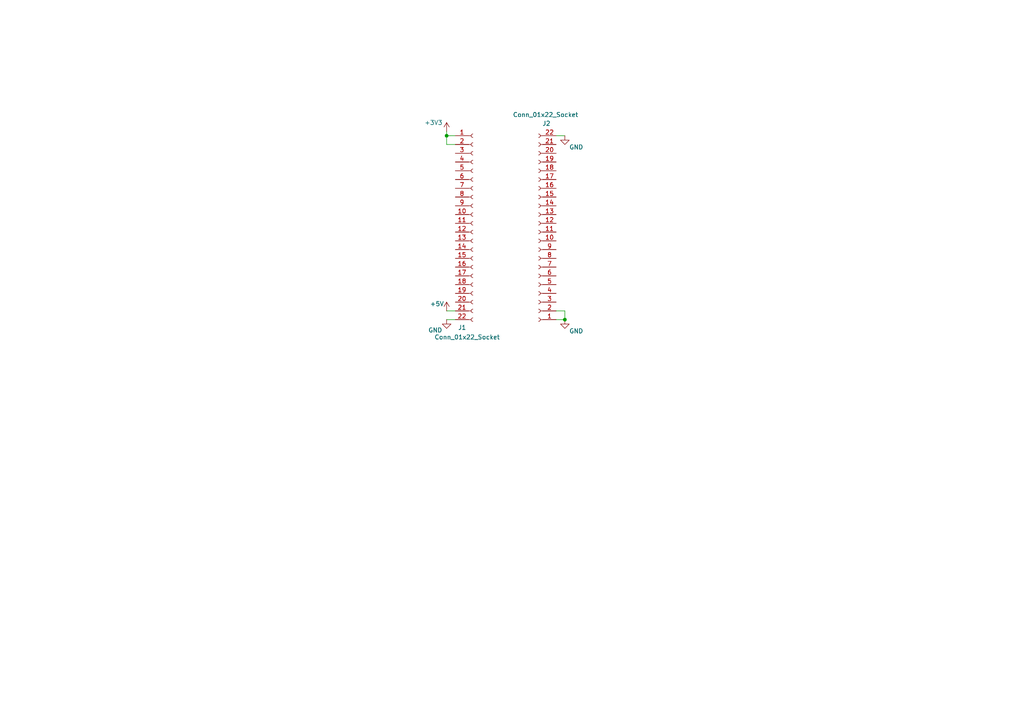
<source format=kicad_sch>
(kicad_sch (version 20250114) (generator "eeschema") (generator_version "9.0")
  (paper "A4")
  (lib_symbols
    (symbol "Connector:Conn_01x22_Socket" (pin_names (offset 1.016) (hide yes))
      (property "Reference" "J" (at 0 27.94 0))
      (property "Value" "Conn_01x22_Socket" (at 0 -30.48 0))
      (symbol "Conn_01x22_Socket_1_1"
        (polyline (pts (xy -1.27 25.4) (xy -0.508 25.4)) (stroke (width 0.1524)))
        (polyline (pts (xy -1.27 22.86) (xy -0.508 22.86)) (stroke (width 0.1524)))
        (polyline (pts (xy -1.27 20.32) (xy -0.508 20.32)) (stroke (width 0.1524)))
        (polyline (pts (xy -1.27 17.78) (xy -0.508 17.78)) (stroke (width 0.1524)))
        (polyline (pts (xy -1.27 15.24) (xy -0.508 15.24)) (stroke (width 0.1524)))
        (polyline (pts (xy -1.27 12.7) (xy -0.508 12.7)) (stroke (width 0.1524)))
        (polyline (pts (xy -1.27 10.16) (xy -0.508 10.16)) (stroke (width 0.1524)))
        (polyline (pts (xy -1.27 7.62) (xy -0.508 7.62)) (stroke (width 0.1524)))
        (polyline (pts (xy -1.27 5.08) (xy -0.508 5.08)) (stroke (width 0.1524)))
        (polyline (pts (xy -1.27 2.54) (xy -0.508 2.54)) (stroke (width 0.1524)))
        (polyline (pts (xy -1.27 0) (xy -0.508 0)) (stroke (width 0.1524)))
        (polyline (pts (xy -1.27 -2.54) (xy -0.508 -2.54)) (stroke (width 0.1524)))
        (polyline (pts (xy -1.27 -5.08) (xy -0.508 -5.08)) (stroke (width 0.1524)))
        (polyline (pts (xy -1.27 -7.62) (xy -0.508 -7.62)) (stroke (width 0.1524)))
        (polyline (pts (xy -1.27 -10.16) (xy -0.508 -10.16)) (stroke (width 0.1524)))
        (polyline (pts (xy -1.27 -12.7) (xy -0.508 -12.7)) (stroke (width 0.1524)))
        (polyline (pts (xy -1.27 -15.24) (xy -0.508 -15.24)) (stroke (width 0.1524)))
        (polyline (pts (xy -1.27 -17.78) (xy -0.508 -17.78)) (stroke (width 0.1524)))
        (polyline (pts (xy -1.27 -20.32) (xy -0.508 -20.32)) (stroke (width 0.1524)))
        (polyline (pts (xy -1.27 -22.86) (xy -0.508 -22.86)) (stroke (width 0.1524)))
        (polyline (pts (xy -1.27 -25.4) (xy -0.508 -25.4)) (stroke (width 0.1524)))
        (polyline (pts (xy -1.27 -27.94) (xy -0.508 -27.94)) (stroke (width 0.1524)))
        (arc (start 0 24.892) (mid -0.5058 25.4) (end 0 25.908) (stroke (width 0.1524)))
        (arc (start 0 22.352) (mid -0.5058 22.86) (end 0 23.368) (stroke (width 0.1524)))
        (arc (start 0 19.812) (mid -0.5058 20.32) (end 0 20.828) (stroke (width 0.1524)))
        (arc (start 0 17.272) (mid -0.5058 17.78) (end 0 18.288) (stroke (width 0.1524)))
        (arc (start 0 14.732) (mid -0.5058 15.24) (end 0 15.748) (stroke (width 0.1524)))
        (arc (start 0 12.192) (mid -0.5058 12.7) (end 0 13.208) (stroke (width 0.1524)))
        (arc (start 0 9.652) (mid -0.5058 10.16) (end 0 10.668) (stroke (width 0.1524)))
        (arc (start 0 7.112) (mid -0.5058 7.62) (end 0 8.128) (stroke (width 0.1524)))
        (arc (start 0 4.572) (mid -0.5058 5.08) (end 0 5.588) (stroke (width 0.1524)))
        (arc (start 0 2.032) (mid -0.5058 2.54) (end 0 3.048) (stroke (width 0.1524)))
        (arc (start 0 -0.508) (mid -0.5058 0) (end 0 0.508) (stroke (width 0.1524)))
        (arc (start 0 -3.048) (mid -0.5058 -2.54) (end 0 -2.032) (stroke (width 0.1524)))
        (arc (start 0 -5.588) (mid -0.5058 -5.08) (end 0 -4.572) (stroke (width 0.1524)))
        (arc (start 0 -8.128) (mid -0.5058 -7.62) (end 0 -7.112) (stroke (width 0.1524)))
        (arc (start 0 -10.668) (mid -0.5058 -10.16) (end 0 -9.652) (stroke (width 0.1524)))
        (arc (start 0 -13.208) (mid -0.5058 -12.7) (end 0 -12.192) (stroke (width 0.1524)))
        (arc (start 0 -15.748) (mid -0.5058 -15.24) (end 0 -14.732) (stroke (width 0.1524)))
        (arc (start 0 -18.288) (mid -0.5058 -17.78) (end 0 -17.272) (stroke (width 0.1524)))
        (arc (start 0 -20.828) (mid -0.5058 -20.32) (end 0 -19.812) (stroke (width 0.1524)))
        (arc (start 0 -23.368) (mid -0.5058 -22.86) (end 0 -22.352) (stroke (width 0.1524)))
        (arc (start 0 -25.908) (mid -0.5058 -25.4) (end 0 -24.892) (stroke (width 0.1524)))
        (arc (start 0 -28.448) (mid -0.5058 -27.94) (end 0 -27.432) (stroke (width 0.1524)))
        (pin passive line (at -5.08 25.4 0) (length 3.81) (name "Pin_1") (number "1"))
        (pin passive line (at -5.08 22.86 0) (length 3.81) (name "Pin_2") (number "2"))
        (pin passive line (at -5.08 20.32 0) (length 3.81) (name "Pin_3") (number "3"))
        (pin passive line (at -5.08 17.78 0) (length 3.81) (name "Pin_4") (number "4"))
        (pin passive line (at -5.08 15.24 0) (length 3.81) (name "Pin_5") (number "5"))
        (pin passive line (at -5.08 12.7 0) (length 3.81) (name "Pin_6") (number "6"))
        (pin passive line (at -5.08 10.16 0) (length 3.81) (name "Pin_7") (number "7"))
        (pin passive line (at -5.08 7.62 0) (length 3.81) (name "Pin_8") (number "8"))
        (pin passive line (at -5.08 5.08 0) (length 3.81) (name "Pin_9") (number "9"))
        (pin passive line (at -5.08 2.54 0) (length 3.81) (name "Pin_10") (number "10"))
        (pin passive line (at -5.08 0 0) (length 3.81) (name "Pin_11") (number "11"))
        (pin passive line (at -5.08 -2.54 0) (length 3.81) (name "Pin_12") (number "12"))
        (pin passive line (at -5.08 -5.08 0) (length 3.81) (name "Pin_13") (number "13"))
        (pin passive line (at -5.08 -7.62 0) (length 3.81) (name "Pin_14") (number "14"))
        (pin passive line (at -5.08 -10.16 0) (length 3.81) (name "Pin_15") (number "15"))
        (pin passive line (at -5.08 -12.7 0) (length 3.81) (name "Pin_16") (number "16"))
        (pin passive line (at -5.08 -15.24 0) (length 3.81) (name "Pin_17") (number "17"))
        (pin passive line (at -5.08 -17.78 0) (length 3.81) (name "Pin_18") (number "18"))
        (pin passive line (at -5.08 -20.32 0) (length 3.81) (name "Pin_19") (number "19"))
        (pin passive line (at -5.08 -22.86 0) (length 3.81) (name "Pin_20") (number "20"))
        (pin passive line (at -5.08 -25.4 0) (length 3.81) (name "Pin_21") (number "21"))
        (pin passive line (at -5.08 -27.94 0) (length 3.81) (name "Pin_22") (number "22"))
      )
    )
    (symbol "power:+3V3" (power) (pin_numbers (hide yes)) (pin_names (offset 0) (hide yes))
      (property "Value" "+3V3" (at 0 3.556 0))
      (symbol "+3V3_0_1"
        (polyline (pts (xy -0.762 1.27) (xy 0 2.54)))
        (polyline (pts (xy 0 2.54) (xy 0.762 1.27)))
        (polyline (pts (xy 0 0) (xy 0 2.54)))
      )
      (symbol "+3V3_1_1"
        (pin power_in line (at 0 0 90) (length 0) (name "~") (number "1"))
      )
    )
    (symbol "power:+5V" (power) (pin_numbers (hide yes)) (pin_names (offset 0) (hide yes))
      (property "Value" "+5V" (at 0 3.556 0))
      (symbol "+5V_0_1"
        (polyline (pts (xy -0.762 1.27) (xy 0 2.54)))
        (polyline (pts (xy 0 2.54) (xy 0.762 1.27)))
        (polyline (pts (xy 0 0) (xy 0 2.54)))
      )
      (symbol "+5V_1_1"
        (pin power_in line (at 0 0 90) (length 0) (name "~") (number "1"))
      )
    )
    (symbol "power:GND" (power) (pin_numbers (hide yes)) (pin_names (offset 0) (hide yes))
      (property "Value" "GND" (at 0 -3.81 0))
      (symbol "GND_0_1"
        (polyline (pts (xy 0 0) (xy 0 -1.27) (xy 1.27 -1.27) (xy 0 -2.54) (xy -1.27 -1.27) (xy 0 -1.27)))
      )
      (symbol "GND_1_1"
        (pin power_in line (at 0 0 270) (length 0) (name "~") (number "1"))
      )
    )
  )
  (junction (at 129.54 39.37))
  (junction (at 163.83 92.71))
  (wire (pts (xy 129.54 39.37) (xy 129.54 41.91)))
  (wire (pts (xy 161.29 90.17) (xy 163.83 90.17)))
  (wire (pts (xy 129.54 39.37) (xy 132.08 39.37)))
  (wire (pts (xy 163.83 90.17) (xy 163.83 92.71)))
  (wire (pts (xy 129.54 90.17) (xy 132.08 90.17)))
  (wire (pts (xy 129.54 41.91) (xy 132.08 41.91)))
  (wire (pts (xy 129.54 38.1) (xy 129.54 39.37)))
  (wire (pts (xy 161.29 39.37) (xy 163.83 39.37)))
  (wire (pts (xy 161.29 92.71) (xy 163.83 92.71)))
  (wire (pts (xy 129.54 92.71) (xy 132.08 92.71)))
  (symbol (lib_id "power:GND") (at 129.54 92.71 0) (unit 1)
    (property "Reference" "#PWR03" (effects (hide yes)))
    (property "Value" "GND" (at 126.238 95.758 0))
    (property "Description" "Power symbol creates a global label with name \"GND\" , ground" (effects (hide yes)))
  )
  (symbol (lib_id "Connector:Conn_01x22_Socket") (at 156.21 67.31 180) (unit 1)
    (property "Reference" "J2" (at 158.496 35.814 0))
    (property "Value" "Conn_01x22_Socket" (at 158.242 33.274 0))
    (property "Description" "Generic connector, single row, 01x22, script generated" (effects (hide yes)))
  )
  (symbol (lib_id "power:+5V") (at 129.54 90.17 0) (unit 1)
    (property "Reference" "#PWR02" (effects (hide yes)))
    (property "Value" "+5V" (at 126.746 88.138 0))
    (property "Description" "Power symbol creates a global label with name \"+5V\"" (effects (hide yes)))
  )
  (symbol (lib_id "power:+3V3") (at 129.54 38.1 0) (unit 1)
    (property "Reference" "#PWR01" (effects (hide yes)))
    (property "Value" "+3V3" (at 125.73 35.56 0))
    (property "Description" "Power symbol creates a global label with name \"+3V3\"" (effects (hide yes)))
  )
  (symbol (lib_id "power:GND") (at 163.83 92.71 0) (unit 1)
    (property "Reference" "#PWR04" (effects (hide yes)))
    (property "Value" "GND" (at 167.132 96.012 0))
    (property "Description" "Power symbol creates a global label with name \"GND\" , ground" (effects (hide yes)))
  )
  (symbol (lib_id "power:GND") (at 163.83 39.37 0) (unit 1)
    (property "Reference" "#PWR05" (effects (hide yes)))
    (property "Value" "GND" (at 167.132 42.672 0))
    (property "Description" "Power symbol creates a global label with name \"GND\" , ground" (effects (hide yes)))
  )
  (symbol (lib_id "Connector:Conn_01x22_Socket") (at 137.16 64.77 0) (unit 1)
    (property "Reference" "J1" (at 132.842 94.996 0) (effects (justify left)))
    (property "Value" "Conn_01x22_Socket" (at 125.984 97.79 0) (effects (justify left)))
    (property "Description" "Generic connector, single row, 01x22, script generated" (effects (hide yes)))
  )
)
</source>
